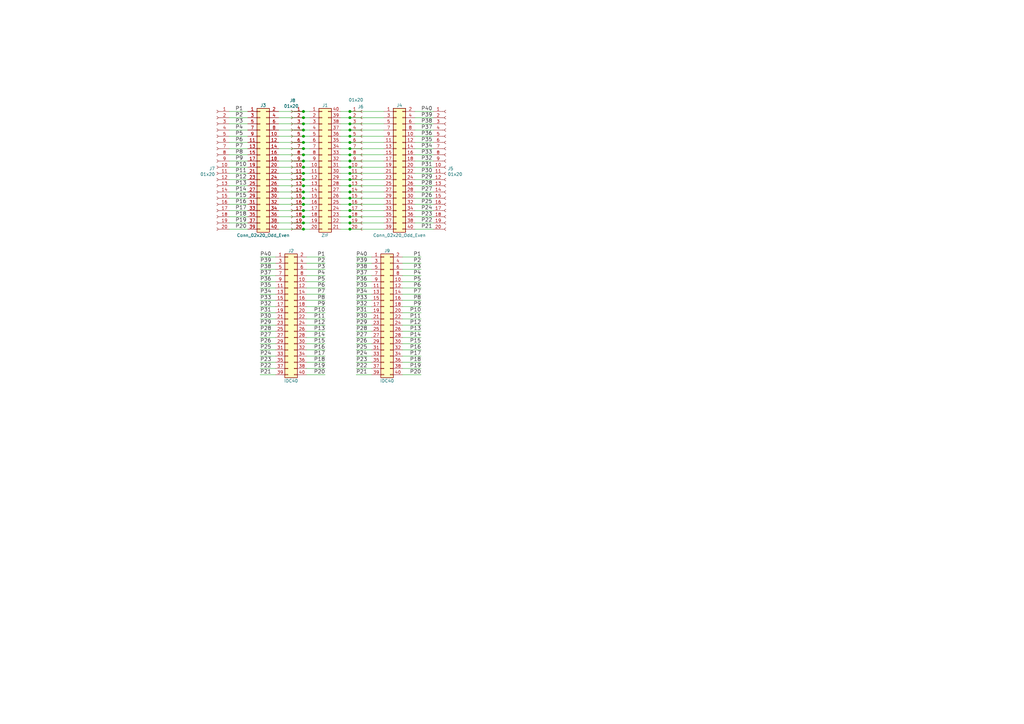
<source format=kicad_sch>
(kicad_sch (version 20211123) (generator eeschema)
  (paper "A3")
  (title_block (title "Dipext_sock") (date "2021-08-28") (rev "R3"))
  (lib_symbols
    (symbol "Connector:Conn_01x20_Female" (pin_names (offset 1.016) hide)
      (property "Reference" "J" (at 0 25.4 0))
      (property "Value" "Conn_01x20_Female" (at 0 -27.94 0))
      (symbol "Conn_01x20_Female_1_1"
        (arc (start 0 -24.892) (mid -0.508 -25.4) (end 0 -25.908) (stroke (width 0.1524)))
        (arc (start 0 -22.352) (mid -0.508 -22.86) (end 0 -23.368) (stroke (width 0.1524)))
        (arc (start 0 -19.812) (mid -0.508 -20.32) (end 0 -20.828) (stroke (width 0.1524)))
        (arc (start 0 -17.272) (mid -0.508 -17.78) (end 0 -18.288) (stroke (width 0.1524)))
        (arc (start 0 -14.732) (mid -0.508 -15.24) (end 0 -15.748) (stroke (width 0.1524)))
        (arc (start 0 -12.192) (mid -0.508 -12.7) (end 0 -13.208) (stroke (width 0.1524)))
        (arc (start 0 -9.652) (mid -0.508 -10.16) (end 0 -10.668) (stroke (width 0.1524)))
        (arc (start 0 -7.112) (mid -0.508 -7.62) (end 0 -8.128) (stroke (width 0.1524)))
        (arc (start 0 -4.572) (mid -0.508 -5.08) (end 0 -5.588) (stroke (width 0.1524)))
        (arc (start 0 -2.032) (mid -0.508 -2.54) (end 0 -3.048) (stroke (width 0.1524)))
        (polyline (pts (xy -1.27 -25.4) (xy -0.508 -25.4)) (stroke (width 0.1524)))
        (polyline (pts (xy -1.27 -22.86) (xy -0.508 -22.86)) (stroke (width 0.1524)))
        (polyline (pts (xy -1.27 -20.32) (xy -0.508 -20.32)) (stroke (width 0.1524)))
        (polyline (pts (xy -1.27 -17.78) (xy -0.508 -17.78)) (stroke (width 0.1524)))
        (polyline (pts (xy -1.27 -15.24) (xy -0.508 -15.24)) (stroke (width 0.1524)))
        (polyline (pts (xy -1.27 -12.7) (xy -0.508 -12.7)) (stroke (width 0.1524)))
        (polyline (pts (xy -1.27 -10.16) (xy -0.508 -10.16)) (stroke (width 0.1524)))
        (polyline (pts (xy -1.27 -7.62) (xy -0.508 -7.62)) (stroke (width 0.1524)))
        (polyline (pts (xy -1.27 -5.08) (xy -0.508 -5.08)) (stroke (width 0.1524)))
        (polyline (pts (xy -1.27 -2.54) (xy -0.508 -2.54)) (stroke (width 0.1524)))
        (polyline (pts (xy -1.27 0) (xy -0.508 0)) (stroke (width 0.1524)))
        (polyline (pts (xy -1.27 2.54) (xy -0.508 2.54)) (stroke (width 0.1524)))
        (polyline (pts (xy -1.27 5.08) (xy -0.508 5.08)) (stroke (width 0.1524)))
        (polyline (pts (xy -1.27 7.62) (xy -0.508 7.62)) (stroke (width 0.1524)))
        (polyline (pts (xy -1.27 10.16) (xy -0.508 10.16)) (stroke (width 0.1524)))
        (polyline (pts (xy -1.27 12.7) (xy -0.508 12.7)) (stroke (width 0.1524)))
        (polyline (pts (xy -1.27 15.24) (xy -0.508 15.24)) (stroke (width 0.1524)))
        (polyline (pts (xy -1.27 17.78) (xy -0.508 17.78)) (stroke (width 0.1524)))
        (polyline (pts (xy -1.27 20.32) (xy -0.508 20.32)) (stroke (width 0.1524)))
        (polyline (pts (xy -1.27 22.86) (xy -0.508 22.86)) (stroke (width 0.1524)))
        (arc (start 0 0.508) (mid -0.508 0) (end 0 -0.508) (stroke (width 0.1524)))
        (arc (start 0 3.048) (mid -0.508 2.54) (end 0 2.032) (stroke (width 0.1524)))
        (arc (start 0 5.588) (mid -0.508 5.08) (end 0 4.572) (stroke (width 0.1524)))
        (arc (start 0 8.128) (mid -0.508 7.62) (end 0 7.112) (stroke (width 0.1524)))
        (arc (start 0 10.668) (mid -0.508 10.16) (end 0 9.652) (stroke (width 0.1524)))
        (arc (start 0 13.208) (mid -0.508 12.7) (end 0 12.192) (stroke (width 0.1524)))
        (arc (start 0 15.748) (mid -0.508 15.24) (end 0 14.732) (stroke (width 0.1524)))
        (arc (start 0 18.288) (mid -0.508 17.78) (end 0 17.272) (stroke (width 0.1524)))
        (arc (start 0 20.828) (mid -0.508 20.32) (end 0 19.812) (stroke (width 0.1524)))
        (arc (start 0 23.368) (mid -0.508 22.86) (end 0 22.352) (stroke (width 0.1524)))
        (pin passive line (at -5.08 22.86 0) (length 3.81) (name "Pin_1") (number "1"))
        (pin passive line (at -5.08 0 0) (length 3.81) (name "Pin_10") (number "10"))
        (pin passive line (at -5.08 -2.54 0) (length 3.81) (name "Pin_11") (number "11"))
        (pin passive line (at -5.08 -5.08 0) (length 3.81) (name "Pin_12") (number "12"))
        (pin passive line (at -5.08 -7.62 0) (length 3.81) (name "Pin_13") (number "13"))
        (pin passive line (at -5.08 -10.16 0) (length 3.81) (name "Pin_14") (number "14"))
        (pin passive line (at -5.08 -12.7 0) (length 3.81) (name "Pin_15") (number "15"))
        (pin passive line (at -5.08 -15.24 0) (length 3.81) (name "Pin_16") (number "16"))
        (pin passive line (at -5.08 -17.78 0) (length 3.81) (name "Pin_17") (number "17"))
        (pin passive line (at -5.08 -20.32 0) (length 3.81) (name "Pin_18") (number "18"))
        (pin passive line (at -5.08 -22.86 0) (length 3.81) (name "Pin_19") (number "19"))
        (pin passive line (at -5.08 20.32 0) (length 3.81) (name "Pin_2") (number "2"))
        (pin passive line (at -5.08 -25.4 0) (length 3.81) (name "Pin_20") (number "20"))
        (pin passive line (at -5.08 17.78 0) (length 3.81) (name "Pin_3") (number "3"))
        (pin passive line (at -5.08 15.24 0) (length 3.81) (name "Pin_4") (number "4"))
        (pin passive line (at -5.08 12.7 0) (length 3.81) (name "Pin_5") (number "5"))
        (pin passive line (at -5.08 10.16 0) (length 3.81) (name "Pin_6") (number "6"))
        (pin passive line (at -5.08 7.62 0) (length 3.81) (name "Pin_7") (number "7"))
        (pin passive line (at -5.08 5.08 0) (length 3.81) (name "Pin_8") (number "8"))
        (pin passive line (at -5.08 2.54 0) (length 3.81) (name "Pin_9") (number "9"))
      )
    )
    (symbol "dipext-pin_r4-rescue:Conn_02x20_Counter_Clockwise" (pin_names (offset 1.016) hide)
      (property "Reference" "J" (at 1.27 25.4 0))
      (property "Value" "Conn_02x20_Counter_Clockwise" (at 1.27 -27.94 0))
      (symbol "Conn_02x20_Counter_Clockwise_1_1"
        (rectangle (start -1.27 -25.273) (end 0 -25.527) (stroke (width 0.1524)))
        (rectangle (start -1.27 -22.733) (end 0 -22.987) (stroke (width 0.1524)))
        (rectangle (start -1.27 -20.193) (end 0 -20.447) (stroke (width 0.1524)))
        (rectangle (start -1.27 -17.653) (end 0 -17.907) (stroke (width 0.1524)))
        (rectangle (start -1.27 -15.113) (end 0 -15.367) (stroke (width 0.1524)))
        (rectangle (start -1.27 -12.573) (end 0 -12.827) (stroke (width 0.1524)))
        (rectangle (start -1.27 -10.033) (end 0 -10.287) (stroke (width 0.1524)))
        (rectangle (start -1.27 -7.493) (end 0 -7.747) (stroke (width 0.1524)))
        (rectangle (start -1.27 -4.953) (end 0 -5.207) (stroke (width 0.1524)))
        (rectangle (start -1.27 -2.413) (end 0 -2.667) (stroke (width 0.1524)))
        (rectangle (start -1.27 0.127) (end 0 -0.127) (stroke (width 0.1524)))
        (rectangle (start -1.27 2.667) (end 0 2.413) (stroke (width 0.1524)))
        (rectangle (start -1.27 5.207) (end 0 4.953) (stroke (width 0.1524)))
        (rectangle (start -1.27 7.747) (end 0 7.493) (stroke (width 0.1524)))
        (rectangle (start -1.27 10.287) (end 0 10.033) (stroke (width 0.1524)))
        (rectangle (start -1.27 12.827) (end 0 12.573) (stroke (width 0.1524)))
        (rectangle (start -1.27 15.367) (end 0 15.113) (stroke (width 0.1524)))
        (rectangle (start -1.27 17.907) (end 0 17.653) (stroke (width 0.1524)))
        (rectangle (start -1.27 20.447) (end 0 20.193) (stroke (width 0.1524)))
        (rectangle (start -1.27 22.987) (end 0 22.733) (stroke (width 0.1524)))
        (rectangle (start -1.27 24.13) (end 3.81 -26.67) (stroke (width 0.254)) (fill (type background)))
        (rectangle (start 3.81 -25.273) (end 2.54 -25.527) (stroke (width 0.1524)))
        (rectangle (start 3.81 -22.733) (end 2.54 -22.987) (stroke (width 0.1524)))
        (rectangle (start 3.81 -20.193) (end 2.54 -20.447) (stroke (width 0.1524)))
        (rectangle (start 3.81 -17.653) (end 2.54 -17.907) (stroke (width 0.1524)))
        (rectangle (start 3.81 -15.113) (end 2.54 -15.367) (stroke (width 0.1524)))
        (rectangle (start 3.81 -12.573) (end 2.54 -12.827) (stroke (width 0.1524)))
        (rectangle (start 3.81 -10.033) (end 2.54 -10.287) (stroke (width 0.1524)))
        (rectangle (start 3.81 -7.493) (end 2.54 -7.747) (stroke (width 0.1524)))
        (rectangle (start 3.81 -4.953) (end 2.54 -5.207) (stroke (width 0.1524)))
        (rectangle (start 3.81 -2.413) (end 2.54 -2.667) (stroke (width 0.1524)))
        (rectangle (start 3.81 0.127) (end 2.54 -0.127) (stroke (width 0.1524)))
        (rectangle (start 3.81 2.667) (end 2.54 2.413) (stroke (width 0.1524)))
        (rectangle (start 3.81 5.207) (end 2.54 4.953) (stroke (width 0.1524)))
        (rectangle (start 3.81 7.747) (end 2.54 7.493) (stroke (width 0.1524)))
        (rectangle (start 3.81 10.287) (end 2.54 10.033) (stroke (width 0.1524)))
        (rectangle (start 3.81 12.827) (end 2.54 12.573) (stroke (width 0.1524)))
        (rectangle (start 3.81 15.367) (end 2.54 15.113) (stroke (width 0.1524)))
        (rectangle (start 3.81 17.907) (end 2.54 17.653) (stroke (width 0.1524)))
        (rectangle (start 3.81 20.447) (end 2.54 20.193) (stroke (width 0.1524)))
        (rectangle (start 3.81 22.987) (end 2.54 22.733) (stroke (width 0.1524)))
        (pin passive line (at -5.08 22.86 0) (length 3.81) (name "Pin_1") (number "1"))
        (pin passive line (at -5.08 0 0) (length 3.81) (name "Pin_10") (number "10"))
        (pin passive line (at -5.08 -2.54 0) (length 3.81) (name "Pin_11") (number "11"))
        (pin passive line (at -5.08 -5.08 0) (length 3.81) (name "Pin_12") (number "12"))
        (pin passive line (at -5.08 -7.62 0) (length 3.81) (name "Pin_13") (number "13"))
        (pin passive line (at -5.08 -10.16 0) (length 3.81) (name "Pin_14") (number "14"))
        (pin passive line (at -5.08 -12.7 0) (length 3.81) (name "Pin_15") (number "15"))
        (pin passive line (at -5.08 -15.24 0) (length 3.81) (name "Pin_16") (number "16"))
        (pin passive line (at -5.08 -17.78 0) (length 3.81) (name "Pin_17") (number "17"))
        (pin passive line (at -5.08 -20.32 0) (length 3.81) (name "Pin_18") (number "18"))
        (pin passive line (at -5.08 -22.86 0) (length 3.81) (name "Pin_19") (number "19"))
        (pin passive line (at -5.08 20.32 0) (length 3.81) (name "Pin_2") (number "2"))
        (pin passive line (at -5.08 -25.4 0) (length 3.81) (name "Pin_20") (number "20"))
        (pin passive line (at 7.62 -25.4 180) (length 3.81) (name "Pin_21") (number "21"))
        (pin passive line (at 7.62 -22.86 180) (length 3.81) (name "Pin_22") (number "22"))
        (pin passive line (at 7.62 -20.32 180) (length 3.81) (name "Pin_23") (number "23"))
        (pin passive line (at 7.62 -17.78 180) (length 3.81) (name "Pin_24") (number "24"))
        (pin passive line (at 7.62 -15.24 180) (length 3.81) (name "Pin_25") (number "25"))
        (pin passive line (at 7.62 -12.7 180) (length 3.81) (name "Pin_26") (number "26"))
        (pin passive line (at 7.62 -10.16 180) (length 3.81) (name "Pin_27") (number "27"))
        (pin passive line (at 7.62 -7.62 180) (length 3.81) (name "Pin_28") (number "28"))
        (pin passive line (at 7.62 -5.08 180) (length 3.81) (name "Pin_29") (number "29"))
        (pin passive line (at -5.08 17.78 0) (length 3.81) (name "Pin_3") (number "3"))
        (pin passive line (at 7.62 -2.54 180) (length 3.81) (name "Pin_30") (number "30"))
        (pin passive line (at 7.62 0 180) (length 3.81) (name "Pin_31") (number "31"))
        (pin passive line (at 7.62 2.54 180) (length 3.81) (name "Pin_32") (number "32"))
        (pin passive line (at 7.62 5.08 180) (length 3.81) (name "Pin_33") (number "33"))
        (pin passive line (at 7.62 7.62 180) (length 3.81) (name "Pin_34") (number "34"))
        (pin passive line (at 7.62 10.16 180) (length 3.81) (name "Pin_35") (number "35"))
        (pin passive line (at 7.62 12.7 180) (length 3.81) (name "Pin_36") (number "36"))
        (pin passive line (at 7.62 15.24 180) (length 3.81) (name "Pin_37") (number "37"))
        (pin passive line (at 7.62 17.78 180) (length 3.81) (name "Pin_38") (number "38"))
        (pin passive line (at 7.62 20.32 180) (length 3.81) (name "Pin_39") (number "39"))
        (pin passive line (at -5.08 15.24 0) (length 3.81) (name "Pin_4") (number "4"))
        (pin passive line (at 7.62 22.86 180) (length 3.81) (name "Pin_40") (number "40"))
        (pin passive line (at -5.08 12.7 0) (length 3.81) (name "Pin_5") (number "5"))
        (pin passive line (at -5.08 10.16 0) (length 3.81) (name "Pin_6") (number "6"))
        (pin passive line (at -5.08 7.62 0) (length 3.81) (name "Pin_7") (number "7"))
        (pin passive line (at -5.08 5.08 0) (length 3.81) (name "Pin_8") (number "8"))
        (pin passive line (at -5.08 2.54 0) (length 3.81) (name "Pin_9") (number "9"))
      )
    )
    (symbol "dipext-pin_r4-rescue:Conn_02x20_Odd_Even" (pin_names (offset 1.016) hide)
      (property "Reference" "J" (at 1.27 25.4 0))
      (property "Value" "Conn_02x20_Odd_Even" (at 1.27 -27.94 0))
      (symbol "Conn_02x20_Odd_Even_1_1"
        (rectangle (start -1.27 -25.273) (end 0 -25.527) (stroke (width 0.1524)))
        (rectangle (start -1.27 -22.733) (end 0 -22.987) (stroke (width 0.1524)))
        (rectangle (start -1.27 -20.193) (end 0 -20.447) (stroke (width 0.1524)))
        (rectangle (start -1.27 -17.653) (end 0 -17.907) (stroke (width 0.1524)))
        (rectangle (start -1.27 -15.113) (end 0 -15.367) (stroke (width 0.1524)))
        (rectangle (start -1.27 -12.573) (end 0 -12.827) (stroke (width 0.1524)))
        (rectangle (start -1.27 -10.033) (end 0 -10.287) (stroke (width 0.1524)))
        (rectangle (start -1.27 -7.493) (end 0 -7.747) (stroke (width 0.1524)))
        (rectangle (start -1.27 -4.953) (end 0 -5.207) (stroke (width 0.1524)))
        (rectangle (start -1.27 -2.413) (end 0 -2.667) (stroke (width 0.1524)))
        (rectangle (start -1.27 0.127) (end 0 -0.127) (stroke (width 0.1524)))
        (rectangle (start -1.27 2.667) (end 0 2.413) (stroke (width 0.1524)))
        (rectangle (start -1.27 5.207) (end 0 4.953) (stroke (width 0.1524)))
        (rectangle (start -1.27 7.747) (end 0 7.493) (stroke (width 0.1524)))
        (rectangle (start -1.27 10.287) (end 0 10.033) (stroke (width 0.1524)))
        (rectangle (start -1.27 12.827) (end 0 12.573) (stroke (width 0.1524)))
        (rectangle (start -1.27 15.367) (end 0 15.113) (stroke (width 0.1524)))
        (rectangle (start -1.27 17.907) (end 0 17.653) (stroke (width 0.1524)))
        (rectangle (start -1.27 20.447) (end 0 20.193) (stroke (width 0.1524)))
        (rectangle (start -1.27 22.987) (end 0 22.733) (stroke (width 0.1524)))
        (rectangle (start -1.27 24.13) (end 3.81 -26.67) (stroke (width 0.254)) (fill (type background)))
        (rectangle (start 3.81 -25.273) (end 2.54 -25.527) (stroke (width 0.1524)))
        (rectangle (start 3.81 -22.733) (end 2.54 -22.987) (stroke (width 0.1524)))
        (rectangle (start 3.81 -20.193) (end 2.54 -20.447) (stroke (width 0.1524)))
        (rectangle (start 3.81 -17.653) (end 2.54 -17.907) (stroke (width 0.1524)))
        (rectangle (start 3.81 -15.113) (end 2.54 -15.367) (stroke (width 0.1524)))
        (rectangle (start 3.81 -12.573) (end 2.54 -12.827) (stroke (width 0.1524)))
        (rectangle (start 3.81 -10.033) (end 2.54 -10.287) (stroke (width 0.1524)))
        (rectangle (start 3.81 -7.493) (end 2.54 -7.747) (stroke (width 0.1524)))
        (rectangle (start 3.81 -4.953) (end 2.54 -5.207) (stroke (width 0.1524)))
        (rectangle (start 3.81 -2.413) (end 2.54 -2.667) (stroke (width 0.1524)))
        (rectangle (start 3.81 0.127) (end 2.54 -0.127) (stroke (width 0.1524)))
        (rectangle (start 3.81 2.667) (end 2.54 2.413) (stroke (width 0.1524)))
        (rectangle (start 3.81 5.207) (end 2.54 4.953) (stroke (width 0.1524)))
        (rectangle (start 3.81 7.747) (end 2.54 7.493) (stroke (width 0.1524)))
        (rectangle (start 3.81 10.287) (end 2.54 10.033) (stroke (width 0.1524)))
        (rectangle (start 3.81 12.827) (end 2.54 12.573) (stroke (width 0.1524)))
        (rectangle (start 3.81 15.367) (end 2.54 15.113) (stroke (width 0.1524)))
        (rectangle (start 3.81 17.907) (end 2.54 17.653) (stroke (width 0.1524)))
        (rectangle (start 3.81 20.447) (end 2.54 20.193) (stroke (width 0.1524)))
        (rectangle (start 3.81 22.987) (end 2.54 22.733) (stroke (width 0.1524)))
        (pin passive line (at -5.08 22.86 0) (length 3.81) (name "Pin_1") (number "1"))
        (pin passive line (at 7.62 12.7 180) (length 3.81) (name "Pin_10") (number "10"))
        (pin passive line (at -5.08 10.16 0) (length 3.81) (name "Pin_11") (number "11"))
        (pin passive line (at 7.62 10.16 180) (length 3.81) (name "Pin_12") (number "12"))
        (pin passive line (at -5.08 7.62 0) (length 3.81) (name "Pin_13") (number "13"))
        (pin passive line (at 7.62 7.62 180) (length 3.81) (name "Pin_14") (number "14"))
        (pin passive line (at -5.08 5.08 0) (length 3.81) (name "Pin_15") (number "15"))
        (pin passive line (at 7.62 5.08 180) (length 3.81) (name "Pin_16") (number "16"))
        (pin passive line (at -5.08 2.54 0) (length 3.81) (name "Pin_17") (number "17"))
        (pin passive line (at 7.62 2.54 180) (length 3.81) (name "Pin_18") (number "18"))
        (pin passive line (at -5.08 0 0) (length 3.81) (name "Pin_19") (number "19"))
        (pin passive line (at 7.62 22.86 180) (length 3.81) (name "Pin_2") (number "2"))
        (pin passive line (at 7.62 0 180) (length 3.81) (name "Pin_20") (number "20"))
        (pin passive line (at -5.08 -2.54 0) (length 3.81) (name "Pin_21") (number "21"))
        (pin passive line (at 7.62 -2.54 180) (length 3.81) (name "Pin_22") (number "22"))
        (pin passive line (at -5.08 -5.08 0) (length 3.81) (name "Pin_23") (number "23"))
        (pin passive line (at 7.62 -5.08 180) (length 3.81) (name "Pin_24") (number "24"))
        (pin passive line (at -5.08 -7.62 0) (length 3.81) (name "Pin_25") (number "25"))
        (pin passive line (at 7.62 -7.62 180) (length 3.81) (name "Pin_26") (number "26"))
        (pin passive line (at -5.08 -10.16 0) (length 3.81) (name "Pin_27") (number "27"))
        (pin passive line (at 7.62 -10.16 180) (length 3.81) (name "Pin_28") (number "28"))
        (pin passive line (at -5.08 -12.7 0) (length 3.81) (name "Pin_29") (number "29"))
        (pin passive line (at -5.08 20.32 0) (length 3.81) (name "Pin_3") (number "3"))
        (pin passive line (at 7.62 -12.7 180) (length 3.81) (name "Pin_30") (number "30"))
        (pin passive line (at -5.08 -15.24 0) (length 3.81) (name "Pin_31") (number "31"))
        (pin passive line (at 7.62 -15.24 180) (length 3.81) (name "Pin_32") (number "32"))
        (pin passive line (at -5.08 -17.78 0) (length 3.81) (name "Pin_33") (number "33"))
        (pin passive line (at 7.62 -17.78 180) (length 3.81) (name "Pin_34") (number "34"))
        (pin passive line (at -5.08 -20.32 0) (length 3.81) (name "Pin_35") (number "35"))
        (pin passive line (at 7.62 -20.32 180) (length 3.81) (name "Pin_36") (number "36"))
        (pin passive line (at -5.08 -22.86 0) (length 3.81) (name "Pin_37") (number "37"))
        (pin passive line (at 7.62 -22.86 180) (length 3.81) (name "Pin_38") (number "38"))
        (pin passive line (at -5.08 -25.4 0) (length 3.81) (name "Pin_39") (number "39"))
        (pin passive line (at 7.62 20.32 180) (length 3.81) (name "Pin_4") (number "4"))
        (pin passive line (at 7.62 -25.4 180) (length 3.81) (name "Pin_40") (number "40"))
        (pin passive line (at -5.08 17.78 0) (length 3.81) (name "Pin_5") (number "5"))
        (pin passive line (at 7.62 17.78 180) (length 3.81) (name "Pin_6") (number "6"))
        (pin passive line (at -5.08 15.24 0) (length 3.81) (name "Pin_7") (number "7"))
        (pin passive line (at 7.62 15.24 180) (length 3.81) (name "Pin_8") (number "8"))
        (pin passive line (at -5.08 12.7 0) (length 3.81) (name "Pin_9") (number "9"))
      )
    )
  )
  (junction (at 124.46 81.28) (diameter 1.016))
  (junction (at 143.51 58.42) (diameter 1.016))
  (junction (at 124.46 68.58) (diameter 1.016))
  (junction (at 143.51 93.98) (diameter 1.016))
  (junction (at 143.51 88.9) (diameter 1.016))
  (junction (at 143.51 66.04) (diameter 1.016))
  (junction (at 124.46 78.74) (diameter 1.016))
  (junction (at 143.51 71.12) (diameter 1.016))
  (junction (at 124.46 58.42) (diameter 1.016))
  (junction (at 143.51 50.8) (diameter 1.016))
  (junction (at 124.46 48.26) (diameter 1.016))
  (junction (at 143.51 68.58) (diameter 1.016))
  (junction (at 143.51 73.66) (diameter 1.016))
  (junction (at 143.51 83.82) (diameter 1.016))
  (junction (at 124.46 71.12) (diameter 1.016))
  (junction (at 124.46 63.5) (diameter 1.016))
  (junction (at 143.51 48.26) (diameter 1.016))
  (junction (at 124.46 93.98) (diameter 1.016))
  (junction (at 124.46 45.72) (diameter 1.016))
  (junction (at 143.51 78.74) (diameter 1.016))
  (junction (at 124.46 55.88) (diameter 1.016))
  (junction (at 143.51 63.5) (diameter 1.016))
  (junction (at 143.51 76.2) (diameter 1.016))
  (junction (at 124.46 60.96) (diameter 1.016))
  (junction (at 143.51 91.44) (diameter 1.016))
  (junction (at 124.46 66.04) (diameter 1.016))
  (junction (at 124.46 53.34) (diameter 1.016))
  (junction (at 143.51 81.28) (diameter 1.016))
  (junction (at 143.51 53.34) (diameter 1.016))
  (junction (at 124.46 86.36) (diameter 1.016))
  (junction (at 124.46 91.44) (diameter 1.016))
  (junction (at 143.51 86.36) (diameter 1.016))
  (junction (at 124.46 50.8) (diameter 1.016))
  (junction (at 143.51 45.72) (diameter 1.016))
  (junction (at 143.51 55.88) (diameter 1.016))
  (junction (at 124.46 88.9) (diameter 1.016))
  (junction (at 143.51 60.96) (diameter 1.016))
  (junction (at 124.46 73.66) (diameter 1.016))
  (junction (at 124.46 83.82) (diameter 1.016))
  (junction (at 124.46 76.2) (diameter 1.016))
  (wire (pts (xy 165.1 118.11) (xy 172.72 118.11)))
  (wire (pts (xy 165.1 120.65) (xy 172.72 120.65)))
  (wire (pts (xy 93.98 91.44) (xy 101.6 91.44)))
  (wire (pts (xy 125.73 110.49) (xy 133.35 110.49)))
  (wire (pts (xy 165.1 138.43) (xy 172.72 138.43)))
  (wire (pts (xy 146.05 130.81) (xy 152.4 130.81)))
  (wire (pts (xy 93.98 76.2) (xy 101.6 76.2)))
  (wire (pts (xy 114.3 50.8) (xy 124.46 50.8)))
  (wire (pts (xy 165.1 128.27) (xy 172.72 128.27)))
  (wire (pts (xy 106.68 146.05) (xy 113.03 146.05)))
  (wire (pts (xy 93.98 68.58) (xy 101.6 68.58)))
  (wire (pts (xy 143.51 68.58) (xy 157.48 68.58)))
  (wire (pts (xy 143.51 53.34) (xy 157.48 53.34)))
  (wire (pts (xy 146.05 120.65) (xy 152.4 120.65)))
  (wire (pts (xy 93.98 50.8) (xy 101.6 50.8)))
  (wire (pts (xy 124.46 58.42) (xy 127 58.42)))
  (wire (pts (xy 114.3 55.88) (xy 124.46 55.88)))
  (wire (pts (xy 146.05 125.73) (xy 152.4 125.73)))
  (wire (pts (xy 170.18 48.26) (xy 177.8 48.26)))
  (wire (pts (xy 106.68 115.57) (xy 113.03 115.57)))
  (wire (pts (xy 170.18 93.98) (xy 177.8 93.98)))
  (wire (pts (xy 93.98 58.42) (xy 101.6 58.42)))
  (wire (pts (xy 170.18 60.96) (xy 177.8 60.96)))
  (wire (pts (xy 114.3 71.12) (xy 124.46 71.12)))
  (wire (pts (xy 125.73 123.19) (xy 133.35 123.19)))
  (wire (pts (xy 139.7 73.66) (xy 143.51 73.66)))
  (wire (pts (xy 106.68 125.73) (xy 113.03 125.73)))
  (wire (pts (xy 170.18 91.44) (xy 177.8 91.44)))
  (wire (pts (xy 124.46 88.9) (xy 127 88.9)))
  (wire (pts (xy 165.1 140.97) (xy 172.72 140.97)))
  (wire (pts (xy 165.1 105.41) (xy 172.72 105.41)))
  (wire (pts (xy 124.46 83.82) (xy 127 83.82)))
  (wire (pts (xy 143.51 73.66) (xy 157.48 73.66)))
  (wire (pts (xy 143.51 71.12) (xy 157.48 71.12)))
  (wire (pts (xy 114.3 88.9) (xy 124.46 88.9)))
  (wire (pts (xy 139.7 63.5) (xy 143.51 63.5)))
  (wire (pts (xy 139.7 86.36) (xy 143.51 86.36)))
  (wire (pts (xy 170.18 71.12) (xy 177.8 71.12)))
  (wire (pts (xy 143.51 76.2) (xy 157.48 76.2)))
  (wire (pts (xy 106.68 143.51) (xy 113.03 143.51)))
  (wire (pts (xy 170.18 53.34) (xy 177.8 53.34)))
  (wire (pts (xy 124.46 78.74) (xy 127 78.74)))
  (wire (pts (xy 170.18 58.42) (xy 177.8 58.42)))
  (wire (pts (xy 139.7 58.42) (xy 143.51 58.42)))
  (wire (pts (xy 170.18 73.66) (xy 177.8 73.66)))
  (wire (pts (xy 93.98 83.82) (xy 101.6 83.82)))
  (wire (pts (xy 143.51 93.98) (xy 157.48 93.98)))
  (wire (pts (xy 146.05 153.67) (xy 152.4 153.67)))
  (wire (pts (xy 139.7 50.8) (xy 143.51 50.8)))
  (wire (pts (xy 106.68 120.65) (xy 113.03 120.65)))
  (wire (pts (xy 114.3 58.42) (xy 124.46 58.42)))
  (wire (pts (xy 93.98 93.98) (xy 101.6 93.98)))
  (wire (pts (xy 93.98 73.66) (xy 101.6 73.66)))
  (wire (pts (xy 124.46 81.28) (xy 127 81.28)))
  (wire (pts (xy 139.7 45.72) (xy 143.51 45.72)))
  (wire (pts (xy 114.3 91.44) (xy 124.46 91.44)))
  (wire (pts (xy 165.1 135.89) (xy 172.72 135.89)))
  (wire (pts (xy 125.73 105.41) (xy 133.35 105.41)))
  (wire (pts (xy 124.46 53.34) (xy 127 53.34)))
  (wire (pts (xy 165.1 146.05) (xy 172.72 146.05)))
  (wire (pts (xy 125.73 130.81) (xy 133.35 130.81)))
  (wire (pts (xy 114.3 83.82) (xy 124.46 83.82)))
  (wire (pts (xy 124.46 71.12) (xy 127 71.12)))
  (wire (pts (xy 170.18 81.28) (xy 177.8 81.28)))
  (wire (pts (xy 146.05 138.43) (xy 152.4 138.43)))
  (wire (pts (xy 93.98 71.12) (xy 101.6 71.12)))
  (wire (pts (xy 143.51 50.8) (xy 157.48 50.8)))
  (wire (pts (xy 124.46 48.26) (xy 127 48.26)))
  (wire (pts (xy 93.98 60.96) (xy 101.6 60.96)))
  (wire (pts (xy 143.51 45.72) (xy 157.48 45.72)))
  (wire (pts (xy 146.05 140.97) (xy 152.4 140.97)))
  (wire (pts (xy 114.3 45.72) (xy 124.46 45.72)))
  (wire (pts (xy 125.73 118.11) (xy 133.35 118.11)))
  (wire (pts (xy 170.18 83.82) (xy 177.8 83.82)))
  (wire (pts (xy 125.73 148.59) (xy 133.35 148.59)))
  (wire (pts (xy 165.1 148.59) (xy 172.72 148.59)))
  (wire (pts (xy 170.18 68.58) (xy 177.8 68.58)))
  (wire (pts (xy 106.68 153.67) (xy 113.03 153.67)))
  (wire (pts (xy 106.68 118.11) (xy 113.03 118.11)))
  (wire (pts (xy 114.3 76.2) (xy 124.46 76.2)))
  (wire (pts (xy 139.7 48.26) (xy 143.51 48.26)))
  (wire (pts (xy 170.18 76.2) (xy 177.8 76.2)))
  (wire (pts (xy 146.05 110.49) (xy 152.4 110.49)))
  (wire (pts (xy 170.18 63.5) (xy 177.8 63.5)))
  (wire (pts (xy 125.73 120.65) (xy 133.35 120.65)))
  (wire (pts (xy 146.05 123.19) (xy 152.4 123.19)))
  (wire (pts (xy 125.73 125.73) (xy 133.35 125.73)))
  (wire (pts (xy 170.18 45.72) (xy 177.8 45.72)))
  (wire (pts (xy 170.18 55.88) (xy 177.8 55.88)))
  (wire (pts (xy 106.68 138.43) (xy 113.03 138.43)))
  (wire (pts (xy 170.18 66.04) (xy 177.8 66.04)))
  (wire (pts (xy 146.05 118.11) (xy 152.4 118.11)))
  (wire (pts (xy 114.3 48.26) (xy 124.46 48.26)))
  (wire (pts (xy 139.7 68.58) (xy 143.51 68.58)))
  (wire (pts (xy 124.46 93.98) (xy 127 93.98)))
  (wire (pts (xy 114.3 63.5) (xy 124.46 63.5)))
  (wire (pts (xy 139.7 81.28) (xy 143.51 81.28)))
  (wire (pts (xy 165.1 123.19) (xy 172.72 123.19)))
  (wire (pts (xy 124.46 55.88) (xy 127 55.88)))
  (wire (pts (xy 143.51 88.9) (xy 157.48 88.9)))
  (wire (pts (xy 93.98 55.88) (xy 101.6 55.88)))
  (wire (pts (xy 146.05 133.35) (xy 152.4 133.35)))
  (wire (pts (xy 125.73 115.57) (xy 133.35 115.57)))
  (wire (pts (xy 106.68 113.03) (xy 113.03 113.03)))
  (wire (pts (xy 106.68 105.41) (xy 113.03 105.41)))
  (wire (pts (xy 93.98 88.9) (xy 101.6 88.9)))
  (wire (pts (xy 93.98 66.04) (xy 101.6 66.04)))
  (wire (pts (xy 143.51 63.5) (xy 157.48 63.5)))
  (wire (pts (xy 139.7 53.34) (xy 143.51 53.34)))
  (wire (pts (xy 106.68 130.81) (xy 113.03 130.81)))
  (wire (pts (xy 143.51 81.28) (xy 157.48 81.28)))
  (wire (pts (xy 165.1 133.35) (xy 172.72 133.35)))
  (wire (pts (xy 146.05 148.59) (xy 152.4 148.59)))
  (wire (pts (xy 139.7 83.82) (xy 143.51 83.82)))
  (wire (pts (xy 146.05 107.95) (xy 152.4 107.95)))
  (wire (pts (xy 125.73 113.03) (xy 133.35 113.03)))
  (wire (pts (xy 139.7 71.12) (xy 143.51 71.12)))
  (wire (pts (xy 139.7 93.98) (xy 143.51 93.98)))
  (wire (pts (xy 106.68 128.27) (xy 113.03 128.27)))
  (wire (pts (xy 124.46 50.8) (xy 127 50.8)))
  (wire (pts (xy 114.3 93.98) (xy 124.46 93.98)))
  (wire (pts (xy 114.3 86.36) (xy 124.46 86.36)))
  (wire (pts (xy 146.05 135.89) (xy 152.4 135.89)))
  (wire (pts (xy 139.7 60.96) (xy 143.51 60.96)))
  (wire (pts (xy 93.98 81.28) (xy 101.6 81.28)))
  (wire (pts (xy 165.1 143.51) (xy 172.72 143.51)))
  (wire (pts (xy 170.18 86.36) (xy 177.8 86.36)))
  (wire (pts (xy 143.51 86.36) (xy 157.48 86.36)))
  (wire (pts (xy 139.7 78.74) (xy 143.51 78.74)))
  (wire (pts (xy 106.68 151.13) (xy 113.03 151.13)))
  (wire (pts (xy 106.68 107.95) (xy 113.03 107.95)))
  (wire (pts (xy 143.51 48.26) (xy 157.48 48.26)))
  (wire (pts (xy 124.46 73.66) (xy 127 73.66)))
  (wire (pts (xy 165.1 107.95) (xy 172.72 107.95)))
  (wire (pts (xy 125.73 151.13) (xy 133.35 151.13)))
  (wire (pts (xy 106.68 133.35) (xy 113.03 133.35)))
  (wire (pts (xy 125.73 153.67) (xy 133.35 153.67)))
  (wire (pts (xy 93.98 53.34) (xy 101.6 53.34)))
  (wire (pts (xy 106.68 140.97) (xy 113.03 140.97)))
  (wire (pts (xy 146.05 128.27) (xy 152.4 128.27)))
  (wire (pts (xy 146.05 115.57) (xy 152.4 115.57)))
  (wire (pts (xy 106.68 110.49) (xy 113.03 110.49)))
  (wire (pts (xy 93.98 45.72) (xy 101.6 45.72)))
  (wire (pts (xy 125.73 133.35) (xy 133.35 133.35)))
  (wire (pts (xy 165.1 153.67) (xy 172.72 153.67)))
  (wire (pts (xy 139.7 88.9) (xy 143.51 88.9)))
  (wire (pts (xy 124.46 63.5) (xy 127 63.5)))
  (wire (pts (xy 124.46 45.72) (xy 127 45.72)))
  (wire (pts (xy 143.51 83.82) (xy 157.48 83.82)))
  (wire (pts (xy 143.51 60.96) (xy 157.48 60.96)))
  (wire (pts (xy 124.46 91.44) (xy 127 91.44)))
  (wire (pts (xy 165.1 151.13) (xy 172.72 151.13)))
  (wire (pts (xy 114.3 68.58) (xy 124.46 68.58)))
  (wire (pts (xy 143.51 55.88) (xy 157.48 55.88)))
  (wire (pts (xy 165.1 110.49) (xy 172.72 110.49)))
  (wire (pts (xy 114.3 78.74) (xy 124.46 78.74)))
  (wire (pts (xy 125.73 135.89) (xy 133.35 135.89)))
  (wire (pts (xy 114.3 60.96) (xy 124.46 60.96)))
  (wire (pts (xy 146.05 105.41) (xy 152.4 105.41)))
  (wire (pts (xy 139.7 91.44) (xy 143.51 91.44)))
  (wire (pts (xy 125.73 140.97) (xy 133.35 140.97)))
  (wire (pts (xy 165.1 115.57) (xy 172.72 115.57)))
  (wire (pts (xy 139.7 55.88) (xy 143.51 55.88)))
  (wire (pts (xy 124.46 66.04) (xy 127 66.04)))
  (wire (pts (xy 143.51 66.04) (xy 157.48 66.04)))
  (wire (pts (xy 146.05 113.03) (xy 152.4 113.03)))
  (wire (pts (xy 139.7 66.04) (xy 143.51 66.04)))
  (wire (pts (xy 125.73 146.05) (xy 133.35 146.05)))
  (wire (pts (xy 143.51 58.42) (xy 157.48 58.42)))
  (wire (pts (xy 170.18 88.9) (xy 177.8 88.9)))
  (wire (pts (xy 93.98 86.36) (xy 101.6 86.36)))
  (wire (pts (xy 143.51 78.74) (xy 157.48 78.74)))
  (wire (pts (xy 146.05 146.05) (xy 152.4 146.05)))
  (wire (pts (xy 165.1 113.03) (xy 172.72 113.03)))
  (wire (pts (xy 170.18 50.8) (xy 177.8 50.8)))
  (wire (pts (xy 125.73 143.51) (xy 133.35 143.51)))
  (wire (pts (xy 93.98 63.5) (xy 101.6 63.5)))
  (wire (pts (xy 114.3 66.04) (xy 124.46 66.04)))
  (wire (pts (xy 124.46 68.58) (xy 127 68.58)))
  (wire (pts (xy 165.1 125.73) (xy 172.72 125.73)))
  (wire (pts (xy 106.68 123.19) (xy 113.03 123.19)))
  (wire (pts (xy 124.46 76.2) (xy 127 76.2)))
  (wire (pts (xy 165.1 130.81) (xy 172.72 130.81)))
  (wire (pts (xy 143.51 91.44) (xy 157.48 91.44)))
  (wire (pts (xy 124.46 60.96) (xy 127 60.96)))
  (wire (pts (xy 106.68 135.89) (xy 113.03 135.89)))
  (wire (pts (xy 93.98 48.26) (xy 101.6 48.26)))
  (wire (pts (xy 114.3 53.34) (xy 124.46 53.34)))
  (wire (pts (xy 106.68 148.59) (xy 113.03 148.59)))
  (wire (pts (xy 114.3 81.28) (xy 124.46 81.28)))
  (wire (pts (xy 125.73 138.43) (xy 133.35 138.43)))
  (wire (pts (xy 93.98 78.74) (xy 101.6 78.74)))
  (wire (pts (xy 146.05 151.13) (xy 152.4 151.13)))
  (wire (pts (xy 170.18 78.74) (xy 177.8 78.74)))
  (wire (pts (xy 114.3 73.66) (xy 124.46 73.66)))
  (wire (pts (xy 124.46 86.36) (xy 127 86.36)))
  (wire (pts (xy 125.73 128.27) (xy 133.35 128.27)))
  (wire (pts (xy 139.7 76.2) (xy 143.51 76.2)))
  (wire (pts (xy 125.73 107.95) (xy 133.35 107.95)))
  (wire (pts (xy 146.05 143.51) (xy 152.4 143.51)))
  (label "P23" (at 146.05 148.59 0) (effects (font (size 1.524 1.524))))
  (label "P36" (at 146.05 115.57 0) (effects (font (size 1.524 1.524))))
  (label "P5" (at 172.72 115.57 180) (effects (font (size 1.524 1.524))))
  (label "P33" (at 106.68 123.19 0) (effects (font (size 1.524 1.524))))
  (label "P22" (at 106.68 151.13 0) (effects (font (size 1.524 1.524))))
  (label "P6" (at 172.72 118.11 180) (effects (font (size 1.524 1.524))))
  (label "P32" (at 106.68 125.73 0) (effects (font (size 1.524 1.524))))
  (label "P17" (at 96.52 86.36 0) (effects (font (size 1.524 1.524))))
  (label "P4" (at 133.35 113.03 180) (effects (font (size 1.524 1.524))))
  (label "P32" (at 146.05 125.73 0) (effects (font (size 1.524 1.524))))
  (label "P11" (at 172.72 130.81 180) (effects (font (size 1.524 1.524))))
  (label "P29" (at 172.72 73.66 0) (effects (font (size 1.524 1.524))))
  (label "P23" (at 106.68 148.59 0) (effects (font (size 1.524 1.524))))
  (label "P36" (at 106.68 115.57 0) (effects (font (size 1.524 1.524))))
  (label "P14" (at 96.52 78.74 0) (effects (font (size 1.524 1.524))))
  (label "P10" (at 133.35 128.27 180) (effects (font (size 1.524 1.524))))
  (label "P34" (at 106.68 120.65 0) (effects (font (size 1.524 1.524))))
  (label "P33" (at 172.72 63.5 0) (effects (font (size 1.524 1.524))))
  (label "P28" (at 146.05 135.89 0) (effects (font (size 1.524 1.524))))
  (label "P4" (at 172.72 113.03 180) (effects (font (size 1.524 1.524))))
  (label "P15" (at 96.52 81.28 0) (effects (font (size 1.524 1.524))))
  (label "P3" (at 96.52 50.8 0) (effects (font (size 1.524 1.524))))
  (label "P15" (at 133.35 140.97 180) (effects (font (size 1.524 1.524))))
  (label "P2" (at 96.52 48.26 0) (effects (font (size 1.524 1.524))))
  (label "P25" (at 172.72 83.82 0) (effects (font (size 1.524 1.524))))
  (label "P1" (at 96.52 45.72 0) (effects (font (size 1.524 1.524))))
  (label "P5" (at 133.35 115.57 180) (effects (font (size 1.524 1.524))))
  (label "P34" (at 172.72 60.96 0) (effects (font (size 1.524 1.524))))
  (label "P39" (at 106.68 107.95 0) (effects (font (size 1.524 1.524))))
  (label "P30" (at 146.05 130.81 0) (effects (font (size 1.524 1.524))))
  (label "P31" (at 146.05 128.27 0) (effects (font (size 1.524 1.524))))
  (label "P16" (at 133.35 143.51 180) (effects (font (size 1.524 1.524))))
  (label "P11" (at 96.52 71.12 0) (effects (font (size 1.524 1.524))))
  (label "P20" (at 96.52 93.98 0) (effects (font (size 1.524 1.524))))
  (label "P27" (at 106.68 138.43 0) (effects (font (size 1.524 1.524))))
  (label "P29" (at 146.05 133.35 0) (effects (font (size 1.524 1.524))))
  (label "P21" (at 172.72 93.98 0) (effects (font (size 1.524 1.524))))
  (label "P17" (at 172.72 146.05 180) (effects (font (size 1.524 1.524))))
  (label "P3" (at 172.72 110.49 180) (effects (font (size 1.524 1.524))))
  (label "P38" (at 146.05 110.49 0) (effects (font (size 1.524 1.524))))
  (label "P21" (at 106.68 153.67 0) (effects (font (size 1.524 1.524))))
  (label "P19" (at 96.52 91.44 0) (effects (font (size 1.524 1.524))))
  (label "P7" (at 172.72 120.65 180) (effects (font (size 1.524 1.524))))
  (label "P5" (at 96.52 55.88 0) (effects (font (size 1.524 1.524))))
  (label "P20" (at 172.72 153.67 180) (effects (font (size 1.524 1.524))))
  (label "P21" (at 146.05 153.67 0) (effects (font (size 1.524 1.524))))
  (label "P7" (at 96.52 60.96 0) (effects (font (size 1.524 1.524))))
  (label "P13" (at 133.35 135.89 180) (effects (font (size 1.524 1.524))))
  (label "P27" (at 146.05 138.43 0) (effects (font (size 1.524 1.524))))
  (label "P10" (at 172.72 128.27 180) (effects (font (size 1.524 1.524))))
  (label "P2" (at 133.35 107.95 180) (effects (font (size 1.524 1.524))))
  (label "P35" (at 146.05 118.11 0) (effects (font (size 1.524 1.524))))
  (label "P39" (at 146.05 107.95 0) (effects (font (size 1.524 1.524))))
  (label "P2" (at 172.72 107.95 180) (effects (font (size 1.524 1.524))))
  (label "P40" (at 106.68 105.41 0) (effects (font (size 1.524 1.524))))
  (label "P36" (at 172.72 55.88 0) (effects (font (size 1.524 1.524))))
  (label "P39" (at 172.72 48.26 0) (effects (font (size 1.524 1.524))))
  (label "P37" (at 172.72 53.34 0) (effects (font (size 1.524 1.524))))
  (label "P28" (at 172.72 76.2 0) (effects (font (size 1.524 1.524))))
  (label "P4" (at 96.52 53.34 0) (effects (font (size 1.524 1.524))))
  (label "P35" (at 106.68 118.11 0) (effects (font (size 1.524 1.524))))
  (label "P37" (at 106.68 113.03 0) (effects (font (size 1.524 1.524))))
  (label "P30" (at 106.68 130.81 0) (effects (font (size 1.524 1.524))))
  (label "P12" (at 133.35 133.35 180) (effects (font (size 1.524 1.524))))
  (label "P13" (at 172.72 135.89 180) (effects (font (size 1.524 1.524))))
  (label "P12" (at 172.72 133.35 180) (effects (font (size 1.524 1.524))))
  (label "P20" (at 133.35 153.67 180) (effects (font (size 1.524 1.524))))
  (label "P7" (at 133.35 120.65 180) (effects (font (size 1.524 1.524))))
  (label "P28" (at 106.68 135.89 0) (effects (font (size 1.524 1.524))))
  (label "P29" (at 106.68 133.35 0) (effects (font (size 1.524 1.524))))
  (label "P8" (at 96.52 63.5 0) (effects (font (size 1.524 1.524))))
  (label "P18" (at 172.72 148.59 180) (effects (font (size 1.524 1.524))))
  (label "P9" (at 133.35 125.73 180) (effects (font (size 1.524 1.524))))
  (label "P6" (at 96.52 58.42 0) (effects (font (size 1.524 1.524))))
  (label "P40" (at 172.72 45.72 0) (effects (font (size 1.524 1.524))))
  (label "P6" (at 133.35 118.11 180) (effects (font (size 1.524 1.524))))
  (label "P13" (at 96.52 76.2 0) (effects (font (size 1.524 1.524))))
  (label "P33" (at 146.05 123.19 0) (effects (font (size 1.524 1.524))))
  (label "P19" (at 172.72 151.13 180) (effects (font (size 1.524 1.524))))
  (label "P14" (at 172.72 138.43 180) (effects (font (size 1.524 1.524))))
  (label "P34" (at 146.05 120.65 0) (effects (font (size 1.524 1.524))))
  (label "P16" (at 96.52 83.82 0) (effects (font (size 1.524 1.524))))
  (label "P18" (at 96.52 88.9 0) (effects (font (size 1.524 1.524))))
  (label "P14" (at 133.35 138.43 180) (effects (font (size 1.524 1.524))))
  (label "P30" (at 172.72 71.12 0) (effects (font (size 1.524 1.524))))
  (label "P1" (at 172.72 105.41 180) (effects (font (size 1.524 1.524))))
  (label "P24" (at 172.72 86.36 0) (effects (font (size 1.524 1.524))))
  (label "P12" (at 96.52 73.66 0) (effects (font (size 1.524 1.524))))
  (label "P24" (at 106.68 146.05 0) (effects (font (size 1.524 1.524))))
  (label "P8" (at 172.72 123.19 180) (effects (font (size 1.524 1.524))))
  (label "P31" (at 106.68 128.27 0) (effects (font (size 1.524 1.524))))
  (label "P32" (at 172.72 66.04 0) (effects (font (size 1.524 1.524))))
  (label "P11" (at 133.35 130.81 180) (effects (font (size 1.524 1.524))))
  (label "P23" (at 172.72 88.9 0) (effects (font (size 1.524 1.524))))
  (label "P19" (at 133.35 151.13 180) (effects (font (size 1.524 1.524))))
  (label "P1" (at 133.35 105.41 180) (effects (font (size 1.524 1.524))))
  (label "P17" (at 133.35 146.05 180) (effects (font (size 1.524 1.524))))
  (label "P18" (at 133.35 148.59 180) (effects (font (size 1.524 1.524))))
  (label "P27" (at 172.72 78.74 0) (effects (font (size 1.524 1.524))))
  (label "P3" (at 133.35 110.49 180) (effects (font (size 1.524 1.524))))
  (label "P25" (at 106.68 143.51 0) (effects (font (size 1.524 1.524))))
  (label "P26" (at 106.68 140.97 0) (effects (font (size 1.524 1.524))))
  (label "P26" (at 146.05 140.97 0) (effects (font (size 1.524 1.524))))
  (label "P22" (at 172.72 91.44 0) (effects (font (size 1.524 1.524))))
  (label "P9" (at 96.52 66.04 0) (effects (font (size 1.524 1.524))))
  (label "P31" (at 172.72 68.58 0) (effects (font (size 1.524 1.524))))
  (label "P38" (at 172.72 50.8 0) (effects (font (size 1.524 1.524))))
  (label "P38" (at 106.68 110.49 0) (effects (font (size 1.524 1.524))))
  (label "P40" (at 146.05 105.41 0) (effects (font (size 1.524 1.524))))
  (label "P26" (at 172.72 81.28 0) (effects (font (size 1.524 1.524))))
  (label "P35" (at 172.72 58.42 0) (effects (font (size 1.524 1.524))))
  (label "P22" (at 146.05 151.13 0) (effects (font (size 1.524 1.524))))
  (label "P37" (at 146.05 113.03 0) (effects (font (size 1.524 1.524))))
  (label "P15" (at 172.72 140.97 180) (effects (font (size 1.524 1.524))))
  (label "P9" (at 172.72 125.73 180) (effects (font (size 1.524 1.524))))
  (label "P24" (at 146.05 146.05 0) (effects (font (size 1.524 1.524))))
  (label "P16" (at 172.72 143.51 180) (effects (font (size 1.524 1.524))))
  (label "P8" (at 133.35 123.19 180) (effects (font (size 1.524 1.524))))
  (label "P25" (at 146.05 143.51 0) (effects (font (size 1.524 1.524))))
  (label "P10" (at 96.52 68.58 0) (effects (font (size 1.524 1.524))))
  (symbol (lib_id "dipext-pin_r4-rescue:Conn_02x20_Counter_Clockwise") (at 132.08 68.58 0) (unit 1)
    (property "Reference" "J1" (at 133.35 43.18 0))
    (property "Value" "ZIF" (at 133.35 96.52 0))
    (property "Footprint" "mylib:mydip40" (effects hide))
  )
  (symbol (lib_id "dipext-pin_r4-rescue:Conn_02x20_Odd_Even") (at 118.11 128.27 0) (unit 1)
    (property "Reference" "J2" (at 119.38 102.87 0))
    (property "Value" "IDC40" (at 119.38 156.21 0))
    (property "Footprint" "Connector_IDC:IDC-Header_2x20_P2.54mm_Latch_Vertical" (effects hide))
  )
  (symbol (lib_id "dipext-pin_r4-rescue:Conn_02x20_Odd_Even") (at 162.56 68.58 0) (unit 1)
    (property "Reference" "J4" (at 163.83 43.18 0))
    (property "Value" "Conn_02x20_Odd_Even" (at 163.83 96.52 0))
    (property "Footprint" "Pin_Headers:Pin_Header_Straight_2x20_Pitch2.54mm" (effects hide))
  )
  (symbol (lib_id "dipext-pin_r4-rescue:Conn_02x20_Odd_Even") (at 106.68 68.58 0) (unit 1)
    (property "Reference" "J3" (at 107.95 43.18 0))
    (property "Value" "Conn_02x20_Odd_Even" (at 107.95 96.52 0))
    (property "Footprint" "Pin_Headers:Pin_Header_Straight_2x20_Pitch2.54mm" (effects hide))
  )
  (symbol (lib_id "Connector:Conn_01x20_Female") (at 119.38 68.58 0) (mirror y) (unit 1)
    (property "Reference" "J8" (at 121.2087 41.2178 0) (effects (justify left)))
    (property "Value" "01x20" (at 122.479 43.516 0) (effects (justify left)))
    (property "Footprint" "Connector_PinHeader_2.54mm:PinHeader_1x20_P2.54mm_Vertical" (effects hide))
  )
  (symbol (lib_id "Connector:Conn_01x20_Female") (at 148.59 68.58 0) (unit 1)
    (property "Reference" "J6" (at 146.7613 43.7578 0) (effects (justify left)))
    (property "Value" "01x20" (at 142.951 40.976 0) (effects (justify left)))
    (property "Footprint" "Connector_PinHeader_2.54mm:PinHeader_1x20_P2.54mm_Vertical" (effects hide))
  )
  (symbol (lib_id "Connector:Conn_01x20_Female") (at 88.9 68.58 0) (mirror y) (unit 1)
    (property "Reference" "J7" (at 88.1887 69.1578 0) (effects (justify left)))
    (property "Value" "01x20" (at 88.189 71.456 0) (effects (justify left)))
    (property "Footprint" "Connector_PinHeader_2.54mm:PinHeader_1x20_P2.54mm_Vertical" (effects hide))
  )
  (symbol (lib_id "dipext-pin_r4-rescue:Conn_02x20_Odd_Even") (at 157.48 128.27 0) (unit 1)
    (property "Reference" "J9" (at 158.75 102.87 0))
    (property "Value" "IDC40" (at 158.75 156.21 0))
    (property "Footprint" "Connector_IDC:IDC-Header_2x20_P2.54mm_Latch_Vertical" (effects hide))
  )
  (symbol (lib_id "Connector:Conn_01x20_Female") (at 182.88 68.58 0) (unit 1)
    (property "Reference" "J5" (at 183.5913 69.1578 0) (effects (justify left)))
    (property "Value" "01x20" (at 183.591 71.456 0) (effects (justify left)))
    (property "Footprint" "Connector_PinHeader_2.54mm:PinHeader_1x20_P2.54mm_Vertical" (effects hide))
  )
)
</source>
